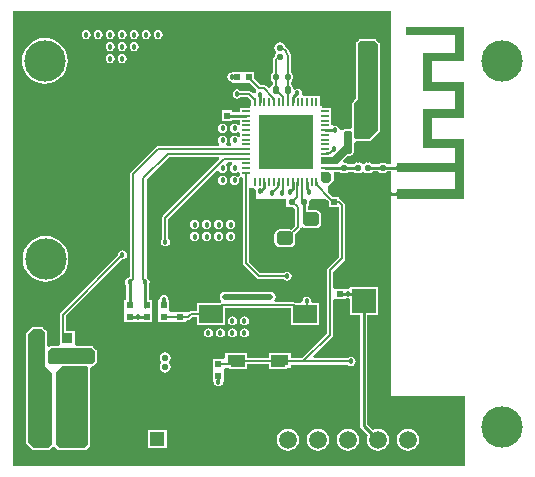
<source format=gtl>
G04*
G04 #@! TF.GenerationSoftware,Altium Limited,Altium Designer,20.2.6 (244)*
G04*
G04 Layer_Physical_Order=1*
G04 Layer_Color=255*
%FSLAX44Y44*%
%MOMM*%
G71*
G04*
G04 #@! TF.SameCoordinates,7CDA323B-E038-41B1-B74F-359B52FF9F59*
G04*
G04*
G04 #@! TF.FilePolarity,Positive*
G04*
G01*
G75*
%ADD10C,0.2540*%
%ADD18R,1.1000X0.9000*%
%ADD19R,1.1500X1.0500*%
G04:AMPARAMS|DCode=20|XSize=1.4mm|YSize=1.15mm|CornerRadius=0.2875mm|HoleSize=0mm|Usage=FLASHONLY|Rotation=180.000|XOffset=0mm|YOffset=0mm|HoleType=Round|Shape=RoundedRectangle|*
%AMROUNDEDRECTD20*
21,1,1.4000,0.5750,0,0,180.0*
21,1,0.8250,1.1500,0,0,180.0*
1,1,0.5750,-0.4125,0.2875*
1,1,0.5750,0.4125,0.2875*
1,1,0.5750,0.4125,-0.2875*
1,1,0.5750,-0.4125,-0.2875*
%
%ADD20ROUNDEDRECTD20*%
%ADD21R,1.4000X1.1500*%
%ADD22R,0.5000X0.5000*%
G04:AMPARAMS|DCode=23|XSize=0.53mm|YSize=0.55mm|CornerRadius=0.1325mm|HoleSize=0mm|Usage=FLASHONLY|Rotation=90.000|XOffset=0mm|YOffset=0mm|HoleType=Round|Shape=RoundedRectangle|*
%AMROUNDEDRECTD23*
21,1,0.5300,0.2850,0,0,90.0*
21,1,0.2650,0.5500,0,0,90.0*
1,1,0.2650,0.1425,0.1325*
1,1,0.2650,0.1425,-0.1325*
1,1,0.2650,-0.1425,-0.1325*
1,1,0.2650,-0.1425,0.1325*
%
%ADD23ROUNDEDRECTD23*%
%ADD24R,0.5000X0.5000*%
G04:AMPARAMS|DCode=25|XSize=0.5mm|YSize=0.5mm|CornerRadius=0.125mm|HoleSize=0mm|Usage=FLASHONLY|Rotation=270.000|XOffset=0mm|YOffset=0mm|HoleType=Round|Shape=RoundedRectangle|*
%AMROUNDEDRECTD25*
21,1,0.5000,0.2500,0,0,270.0*
21,1,0.2500,0.5000,0,0,270.0*
1,1,0.2500,-0.1250,-0.1250*
1,1,0.2500,-0.1250,0.1250*
1,1,0.2500,0.1250,0.1250*
1,1,0.2500,0.1250,-0.1250*
%
%ADD25ROUNDEDRECTD25*%
%ADD26R,0.5500X0.5300*%
G04:AMPARAMS|DCode=27|XSize=0.5mm|YSize=0.5mm|CornerRadius=0.125mm|HoleSize=0mm|Usage=FLASHONLY|Rotation=180.000|XOffset=0mm|YOffset=0mm|HoleType=Round|Shape=RoundedRectangle|*
%AMROUNDEDRECTD27*
21,1,0.5000,0.2500,0,0,180.0*
21,1,0.2500,0.5000,0,0,180.0*
1,1,0.2500,-0.1250,0.1250*
1,1,0.2500,0.1250,0.1250*
1,1,0.2500,0.1250,-0.1250*
1,1,0.2500,-0.1250,-0.1250*
%
%ADD27ROUNDEDRECTD27*%
G04:AMPARAMS|DCode=28|XSize=0.5mm|YSize=0.6mm|CornerRadius=0.125mm|HoleSize=0mm|Usage=FLASHONLY|Rotation=180.000|XOffset=0mm|YOffset=0mm|HoleType=Round|Shape=RoundedRectangle|*
%AMROUNDEDRECTD28*
21,1,0.5000,0.3500,0,0,180.0*
21,1,0.2500,0.6000,0,0,180.0*
1,1,0.2500,-0.1250,0.1750*
1,1,0.2500,0.1250,0.1750*
1,1,0.2500,0.1250,-0.1750*
1,1,0.2500,-0.1250,-0.1750*
%
%ADD28ROUNDEDRECTD28*%
%ADD29R,0.5000X0.6000*%
%ADD30R,0.6000X0.5000*%
%ADD31R,0.2500X0.7000*%
%ADD32R,0.7000X0.2500*%
%ADD33R,4.6000X4.6000*%
%ADD34R,0.7620X0.7620*%
%ADD35R,2.0000X2.0000*%
%ADD36R,2.0000X1.5000*%
%ADD37R,0.3000X0.6600*%
%ADD38R,1.4000X1.9000*%
%ADD39R,0.9000X0.8100*%
%ADD70C,0.1524*%
%ADD71C,0.4000*%
%ADD72C,0.5080*%
%ADD73C,0.2934*%
%ADD74C,0.5500*%
%ADD75C,1.2000*%
%ADD76R,1.2000X1.2000*%
%ADD77C,1.5000*%
%ADD78R,1.5000X1.5000*%
%ADD79C,3.5000*%
%ADD80C,0.4570*%
%ADD81C,0.7000*%
G36*
X311750Y359500D02*
X311750Y286250D01*
X304500Y279000D01*
X292867Y279000D01*
X291912Y279955D01*
X291911Y309245D01*
X295000Y312096D01*
X295000Y360250D01*
X296750Y362000D01*
X309250D01*
X311750Y359500D01*
D02*
G37*
G36*
X322432Y257858D02*
X319400D01*
X319183Y258183D01*
X318181Y258852D01*
X317000Y259087D01*
X314500D01*
X313319Y258852D01*
X312317Y258183D01*
X312099Y257857D01*
X307405D01*
X307102Y258310D01*
X306076Y258996D01*
X304865Y259237D01*
X302015D01*
X300804Y258996D01*
X299778Y258310D01*
X298722D01*
X297696Y258996D01*
X296485Y259237D01*
X293635D01*
X292424Y258996D01*
X291398Y258310D01*
X291229Y258057D01*
X286267D01*
X286183Y258183D01*
X285181Y258852D01*
X284000Y259087D01*
X282980D01*
X282151Y261087D01*
X286001Y264937D01*
X287747D01*
X288441Y265075D01*
X289029Y265468D01*
X289475Y265914D01*
X290467D01*
Y266906D01*
X290782Y267221D01*
X291175Y267809D01*
X291313Y268503D01*
X291313Y275612D01*
X291414Y275814D01*
X291630Y276104D01*
X292154Y276563D01*
X293313Y277187D01*
X304500Y277187D01*
X305194Y277325D01*
X305782Y277718D01*
X305782Y277718D01*
X313032Y284968D01*
X313425Y285556D01*
X313563Y286250D01*
X313563Y359500D01*
X313425Y360194D01*
X313032Y360782D01*
X310532Y363282D01*
X309944Y363675D01*
X309250Y363813D01*
X296750D01*
X296056Y363675D01*
X295468Y363282D01*
X293718Y361532D01*
X293325Y360944D01*
X293187Y360250D01*
X293187Y313323D01*
X291912Y311808D01*
X291911D01*
X291124Y311021D01*
X290630Y310527D01*
X290453Y310263D01*
X290266Y310005D01*
X290257Y309970D01*
X290237Y309939D01*
X290175Y309627D01*
X290100Y309318D01*
X290106Y309281D01*
X290099Y309245D01*
X290099Y289382D01*
X289992Y289178D01*
X289562Y288668D01*
X289189Y288363D01*
X288099Y287813D01*
X284211Y287813D01*
X283517Y287675D01*
X282929Y287282D01*
X282713Y287066D01*
X281721D01*
Y287059D01*
X281282Y286679D01*
X281171Y286683D01*
X279226Y287543D01*
X279088Y288236D01*
X278246Y289496D01*
X276986Y290338D01*
X275500Y290634D01*
X274458Y290426D01*
X272881Y291289D01*
X272458Y291704D01*
Y305634D01*
X264000D01*
Y306750D01*
X262708D01*
Y315384D01*
X248946D01*
X247496Y317384D01*
X247553Y317669D01*
X247257Y319155D01*
X246415Y320415D01*
X245156Y321257D01*
X243669Y321553D01*
X242183Y321257D01*
X241587Y320859D01*
X239593Y321739D01*
X239587Y321745D01*
Y322500D01*
X239352Y323681D01*
X238683Y324683D01*
X237840Y325247D01*
Y327753D01*
X238683Y328317D01*
X239352Y329319D01*
X239587Y330500D01*
Y333000D01*
X239352Y334182D01*
X238683Y335183D01*
X237840Y335746D01*
Y350000D01*
X237868D01*
X237557Y352360D01*
X236646Y354559D01*
X235197Y356447D01*
X233309Y357896D01*
X233069Y357996D01*
X233015Y358267D01*
X232015Y359765D01*
X230517Y360765D01*
X228750Y361117D01*
X226983Y360765D01*
X225485Y359765D01*
X224485Y358267D01*
X224133Y356500D01*
X224485Y354733D01*
X225485Y353236D01*
Y351764D01*
X224485Y350267D01*
X224230Y348985D01*
X223060Y347235D01*
X222592Y344878D01*
X222660D01*
Y335747D01*
X221817Y335183D01*
X221148Y334182D01*
X220913Y333000D01*
Y330500D01*
X221148Y329319D01*
X221817Y328317D01*
X222660Y327753D01*
Y325247D01*
X221817Y324683D01*
X221148Y323681D01*
X220994Y322907D01*
X219142Y321930D01*
X216741Y324331D01*
X215901Y324893D01*
X214910Y325090D01*
X212323D01*
X207028Y330384D01*
Y336278D01*
X188472D01*
Y335771D01*
X188000Y335384D01*
X186514Y335088D01*
X185254Y334246D01*
X184412Y332986D01*
X184116Y331500D01*
X184412Y330014D01*
X185254Y328754D01*
X186514Y327912D01*
X188000Y327616D01*
X188472Y327229D01*
Y326722D01*
X203365D01*
X208577Y321510D01*
X208934Y319343D01*
X208233Y318294D01*
X207708Y318017D01*
X205980Y317718D01*
X204565Y319133D01*
X203725Y319695D01*
X202734Y319892D01*
X195403D01*
X195298Y320048D01*
X194038Y320890D01*
X192552Y321186D01*
X191066Y320890D01*
X189806Y320048D01*
X188964Y318788D01*
X188668Y317302D01*
X188964Y315816D01*
X189806Y314556D01*
X191066Y313714D01*
X192552Y313418D01*
X194038Y313714D01*
X195298Y314556D01*
X195403Y314712D01*
X201661D01*
X204652Y311721D01*
Y306750D01*
X203500D01*
Y305634D01*
X194902D01*
Y301714D01*
X188278D01*
Y303278D01*
X179722D01*
Y294722D01*
X188278D01*
Y295498D01*
X194902D01*
Y291893D01*
X194099Y291376D01*
X192902Y291076D01*
X191896Y291748D01*
X190410Y292044D01*
X188924Y291748D01*
X187664Y290906D01*
X186822Y289646D01*
X186526Y288160D01*
X186822Y286674D01*
X187664Y285414D01*
X188924Y284572D01*
X190410Y284276D01*
X191896Y284572D01*
X192902Y285244D01*
X193969Y284954D01*
X194902Y284427D01*
Y281733D01*
X193969Y281206D01*
X192902Y280916D01*
X191896Y281588D01*
X190410Y281884D01*
X188924Y281588D01*
X187664Y280746D01*
X186822Y279486D01*
X186526Y278000D01*
X186822Y276514D01*
X187664Y275254D01*
X187048Y273260D01*
X183612D01*
X182996Y275254D01*
X183838Y276514D01*
X184134Y278000D01*
X183838Y279486D01*
X182996Y280746D01*
X181736Y281588D01*
X180250Y281884D01*
X178764Y281588D01*
X177504Y280746D01*
X176662Y279486D01*
X176366Y278000D01*
X176662Y276514D01*
X177504Y275254D01*
X176888Y273260D01*
X125420D01*
X124429Y273063D01*
X123589Y272501D01*
X102419Y251331D01*
X101857Y250491D01*
X101660Y249500D01*
Y163799D01*
X101500Y161884D01*
X100014Y161588D01*
X98754Y160746D01*
X97912Y159486D01*
X97616Y158000D01*
X97912Y156514D01*
X98392Y155795D01*
Y142528D01*
X96722D01*
Y142528D01*
X96722D01*
Y134528D01*
X96722Y133972D01*
X96722Y133972D01*
X96722Y132528D01*
X96722Y132528D01*
X96722Y131972D01*
Y123972D01*
X106278D01*
X106278Y123972D01*
X108278Y124461D01*
X108753Y124366D01*
X109222Y124460D01*
X111222Y123972D01*
X111228Y123972D01*
Y123972D01*
X113222Y123972D01*
X120784D01*
Y131972D01*
X120784Y132528D01*
X120784Y132528D01*
X120784Y133972D01*
X120784Y133972D01*
X120784Y134528D01*
Y142528D01*
X120722D01*
X120722Y142528D01*
X117608D01*
Y156045D01*
X118088Y156764D01*
X118384Y158250D01*
X118088Y159736D01*
X117246Y160996D01*
X115986Y161838D01*
X115840Y161867D01*
Y244927D01*
X134929Y264016D01*
X176792D01*
X177620Y262016D01*
X129919Y214315D01*
X129357Y213475D01*
X129160Y212484D01*
Y194851D01*
X129004Y194746D01*
X128162Y193486D01*
X127866Y192000D01*
X128162Y190514D01*
X129004Y189254D01*
X130264Y188412D01*
X131750Y188116D01*
X133236Y188412D01*
X134496Y189254D01*
X135338Y190514D01*
X135634Y192000D01*
X135338Y193486D01*
X134496Y194746D01*
X134340Y194851D01*
Y211411D01*
X174915Y251986D01*
X177371Y251613D01*
X177504Y251414D01*
X178764Y250572D01*
X180250Y250276D01*
X181736Y250572D01*
X182996Y251414D01*
X183838Y252674D01*
X184134Y254160D01*
X183838Y255646D01*
X182996Y256906D01*
X183758Y258732D01*
X184442Y259528D01*
X188262D01*
X188451Y259019D01*
X188595Y257528D01*
X187664Y256906D01*
X186822Y255646D01*
X186526Y254160D01*
X186822Y252674D01*
X187664Y251414D01*
X188924Y250572D01*
X190410Y250276D01*
X191896Y250572D01*
X192902Y251244D01*
X193969Y250954D01*
X194902Y250427D01*
X194902Y248724D01*
X194458Y247338D01*
X194440Y247322D01*
X193707Y246989D01*
X192452Y247216D01*
X191896Y247588D01*
X190410Y247884D01*
X188924Y247588D01*
X187664Y246746D01*
X186822Y245486D01*
X186526Y244000D01*
X186822Y242514D01*
X187664Y241254D01*
X188924Y240412D01*
X190410Y240116D01*
X191896Y240412D01*
X193156Y241254D01*
X193998Y242514D01*
X194294Y244000D01*
X194026Y245345D01*
X194160Y246127D01*
X194678Y247248D01*
X194742Y247313D01*
X196179Y247575D01*
X197590Y246164D01*
Y174070D01*
X197787Y173079D01*
X198349Y172239D01*
X209419Y161169D01*
X210259Y160607D01*
X211250Y160410D01*
X232149D01*
X232254Y160254D01*
X233514Y159412D01*
X235000Y159116D01*
X236486Y159412D01*
X237746Y160254D01*
X238588Y161514D01*
X238884Y163000D01*
X238588Y164486D01*
X237746Y165746D01*
X236486Y166588D01*
X235000Y166884D01*
X233514Y166588D01*
X232254Y165746D01*
X232149Y165590D01*
X212323D01*
X202770Y175143D01*
Y237544D01*
X204652Y237828D01*
Y237828D01*
X206703D01*
X206782Y237790D01*
X208190Y235828D01*
X208127Y235511D01*
X208422Y234025D01*
X208750Y233535D01*
Y228750D01*
X233750D01*
Y221500D01*
X233837Y221413D01*
X239925D01*
X241160Y220177D01*
Y205573D01*
X238027Y202440D01*
X237125Y202619D01*
X228875D01*
X227059Y202258D01*
X225520Y201230D01*
X224492Y199690D01*
X224131Y197875D01*
Y192125D01*
X224492Y190310D01*
X225520Y188770D01*
X227059Y187742D01*
X228875Y187381D01*
X237125D01*
X238941Y187742D01*
X240480Y188770D01*
X241508Y190310D01*
X241869Y192125D01*
Y197875D01*
X241690Y198777D01*
X245581Y202669D01*
X246124Y203481D01*
X246161Y203516D01*
X248270Y204270D01*
X249060Y203742D01*
X250875Y203381D01*
X259125D01*
X260940Y203742D01*
X262480Y204770D01*
X263508Y206310D01*
X263869Y208125D01*
Y213875D01*
X263508Y215690D01*
X262480Y217230D01*
X260940Y218258D01*
X259125Y218619D01*
X252358D01*
Y222099D01*
X252683Y222317D01*
X253352Y223319D01*
X253587Y224500D01*
Y226418D01*
X254531Y227762D01*
X255344Y228418D01*
X267966Y228418D01*
X268719Y227665D01*
X268719Y227665D01*
X269980Y226404D01*
Y221714D01*
X278536D01*
X278785Y219817D01*
Y179127D01*
X269419Y169760D01*
X268857Y168920D01*
X268660Y167929D01*
Y114573D01*
X247427Y93340D01*
X238088D01*
Y98097D01*
X234588D01*
Y98098D01*
X219532D01*
Y93660D01*
X201088D01*
Y98098D01*
X186032D01*
Y98097D01*
X182532D01*
Y94362D01*
X181528Y92778D01*
X171972D01*
Y84778D01*
X171972Y84222D01*
X171972Y84222D01*
X171972Y82778D01*
X171972Y82778D01*
X171972Y82222D01*
Y74222D01*
X171972Y74222D01*
X172866Y73500D01*
X173162Y72014D01*
X174004Y70754D01*
X175264Y69912D01*
X176750Y69616D01*
X178236Y69912D01*
X179496Y70754D01*
X180338Y72014D01*
X180634Y73500D01*
X181226Y74222D01*
X181528D01*
Y83957D01*
X182533Y85541D01*
X186032D01*
Y84042D01*
X201088D01*
Y88480D01*
X219532D01*
Y84042D01*
X234588D01*
Y85541D01*
X238088D01*
Y88160D01*
X286149D01*
X286254Y88004D01*
X287514Y87162D01*
X289000Y86866D01*
X290486Y87162D01*
X291746Y88004D01*
X292588Y89264D01*
X292884Y90750D01*
X292588Y92236D01*
X291746Y93496D01*
X290486Y94338D01*
X289000Y94634D01*
X287514Y94338D01*
X286254Y93496D01*
X286149Y93340D01*
X257365D01*
X256600Y95188D01*
X273081Y111669D01*
X273643Y112509D01*
X273840Y113500D01*
Y142764D01*
X275376Y143884D01*
X275840Y143884D01*
X283932D01*
X283932Y143884D01*
X285932Y144429D01*
X286689Y144278D01*
X287942Y143250D01*
Y130388D01*
X296612D01*
Y36482D01*
X296849Y35293D01*
X297523Y34285D01*
X303312Y28495D01*
X302661Y26924D01*
X302342Y24502D01*
X302661Y22080D01*
X303596Y19823D01*
X305083Y17885D01*
X307021Y16398D01*
X309278Y15463D01*
X311700Y15144D01*
X314122Y15463D01*
X316379Y16398D01*
X318317Y17885D01*
X319804Y19823D01*
X320739Y22080D01*
X321058Y24502D01*
X320739Y26924D01*
X319804Y29181D01*
X318317Y31119D01*
X316379Y32606D01*
X314122Y33541D01*
X311700Y33860D01*
X309278Y33541D01*
X307707Y32890D01*
X302828Y37769D01*
Y130388D01*
X311498D01*
Y153944D01*
X287942D01*
Y153074D01*
X286689Y152046D01*
X285932Y151895D01*
X283932Y152440D01*
Y152440D01*
X275840D01*
X275376Y152440D01*
X273840Y153560D01*
Y166856D01*
X283207Y176223D01*
X283768Y177063D01*
X283965Y178054D01*
Y223462D01*
X283768Y224453D01*
X283207Y225294D01*
X280685Y227815D01*
X279845Y228377D01*
X278854Y228574D01*
X278536D01*
Y230270D01*
X273438D01*
X272381Y231327D01*
X272381Y231327D01*
X269261Y234448D01*
Y238787D01*
X274591Y244118D01*
Y251311D01*
X279326D01*
X280319Y250648D01*
X281500Y250413D01*
X284000D01*
X285181Y250648D01*
X286183Y251317D01*
X286266Y251441D01*
X291228D01*
X291398Y251186D01*
X292424Y250500D01*
X293635Y250259D01*
X296485D01*
X297696Y250500D01*
X298722Y251186D01*
X299778D01*
X300804Y250500D01*
X302015Y250259D01*
X304865D01*
X306076Y250500D01*
X307102Y251186D01*
X307406Y251641D01*
X312100D01*
X312317Y251317D01*
X313319Y250648D01*
X314500Y250413D01*
X317000D01*
X318181Y250648D01*
X319183Y251317D01*
X319400Y251642D01*
X322432D01*
Y61608D01*
X385500D01*
Y2590D01*
X2590D01*
Y387710D01*
X322432D01*
Y257858D01*
D02*
G37*
G36*
X288517Y286000D02*
X289500Y285017D01*
X289500Y268503D01*
X287747Y266750D01*
X285250D01*
X276750Y258250D01*
X263750D01*
Y263750D01*
X273250Y263750D01*
X282750Y273250D01*
X282750Y284539D01*
X284211Y286000D01*
X288517Y286000D01*
D02*
G37*
G36*
X271750Y249500D02*
Y244250D01*
X269250Y241750D01*
X266000D01*
X263750Y244000D01*
Y250500D01*
X270750D01*
X271750Y249500D01*
D02*
G37*
G36*
X384397Y344822D02*
X357397D01*
Y327361D01*
X384397D01*
Y296822D01*
X357397D01*
Y279253D01*
X384397D01*
Y227980D01*
X327857D01*
Y236786D01*
X376857D01*
Y250979D01*
X327857D01*
Y258519D01*
X376857D01*
Y271713D01*
X349857D01*
Y304361D01*
X376857D01*
Y319822D01*
X349857D01*
Y352362D01*
X376857D01*
Y366822D01*
X335125D01*
Y374362D01*
X384397D01*
Y344822D01*
D02*
G37*
%LPC*%
G36*
X125730Y371384D02*
X124244Y371088D01*
X122984Y370246D01*
X122142Y368986D01*
X121846Y367500D01*
X122142Y366014D01*
X122984Y364754D01*
X124244Y363912D01*
X125730Y363616D01*
X127216Y363912D01*
X128476Y364754D01*
X129318Y366014D01*
X129614Y367500D01*
X129318Y368986D01*
X128476Y370246D01*
X127216Y371088D01*
X125730Y371384D01*
D02*
G37*
G36*
X115570D02*
X114084Y371088D01*
X112824Y370246D01*
X111982Y368986D01*
X111686Y367500D01*
X111982Y366014D01*
X112824Y364754D01*
X114084Y363912D01*
X115570Y363616D01*
X117056Y363912D01*
X118316Y364754D01*
X119158Y366014D01*
X119454Y367500D01*
X119158Y368986D01*
X118316Y370246D01*
X117056Y371088D01*
X115570Y371384D01*
D02*
G37*
G36*
X105410D02*
X103924Y371088D01*
X102664Y370246D01*
X101822Y368986D01*
X101526Y367500D01*
X101822Y366014D01*
X102664Y364754D01*
X103924Y363912D01*
X105410Y363616D01*
X106896Y363912D01*
X108156Y364754D01*
X108998Y366014D01*
X109294Y367500D01*
X108998Y368986D01*
X108156Y370246D01*
X106896Y371088D01*
X105410Y371384D01*
D02*
G37*
G36*
X95250D02*
X93764Y371088D01*
X92504Y370246D01*
X91662Y368986D01*
X91366Y367500D01*
X91662Y366014D01*
X92504Y364754D01*
X93764Y363912D01*
X95250Y363616D01*
X96736Y363912D01*
X97996Y364754D01*
X98838Y366014D01*
X99134Y367500D01*
X98838Y368986D01*
X97996Y370246D01*
X96736Y371088D01*
X95250Y371384D01*
D02*
G37*
G36*
X85090D02*
X83604Y371088D01*
X82344Y370246D01*
X81502Y368986D01*
X81206Y367500D01*
X81502Y366014D01*
X82344Y364754D01*
X83604Y363912D01*
X85090Y363616D01*
X86576Y363912D01*
X87836Y364754D01*
X88678Y366014D01*
X88974Y367500D01*
X88678Y368986D01*
X87836Y370246D01*
X86576Y371088D01*
X85090Y371384D01*
D02*
G37*
G36*
X74930D02*
X73444Y371088D01*
X72184Y370246D01*
X71342Y368986D01*
X71046Y367500D01*
X71342Y366014D01*
X72184Y364754D01*
X73444Y363912D01*
X74930Y363616D01*
X76416Y363912D01*
X77676Y364754D01*
X78518Y366014D01*
X78814Y367500D01*
X78518Y368986D01*
X77676Y370246D01*
X76416Y371088D01*
X74930Y371384D01*
D02*
G37*
G36*
X64770D02*
X63284Y371088D01*
X62024Y370246D01*
X61182Y368986D01*
X60886Y367500D01*
X61182Y366014D01*
X62024Y364754D01*
X63284Y363912D01*
X64770Y363616D01*
X66256Y363912D01*
X67516Y364754D01*
X68358Y366014D01*
X68654Y367500D01*
X68358Y368986D01*
X67516Y370246D01*
X66256Y371088D01*
X64770Y371384D01*
D02*
G37*
G36*
X105410Y361224D02*
X103924Y360928D01*
X102664Y360086D01*
X101822Y358826D01*
X101526Y357340D01*
X101822Y355854D01*
X102664Y354594D01*
X103924Y353752D01*
X105410Y353456D01*
X106896Y353752D01*
X108156Y354594D01*
X108998Y355854D01*
X109294Y357340D01*
X108998Y358826D01*
X108156Y360086D01*
X106896Y360928D01*
X105410Y361224D01*
D02*
G37*
G36*
X95250D02*
X93764Y360928D01*
X92504Y360086D01*
X91662Y358826D01*
X91366Y357340D01*
X91662Y355854D01*
X92504Y354594D01*
X93764Y353752D01*
X95250Y353456D01*
X96736Y353752D01*
X97996Y354594D01*
X98838Y355854D01*
X99134Y357340D01*
X98838Y358826D01*
X97996Y360086D01*
X96736Y360928D01*
X95250Y361224D01*
D02*
G37*
G36*
X85090D02*
X83604Y360928D01*
X82344Y360086D01*
X81502Y358826D01*
X81206Y357340D01*
X81502Y355854D01*
X82344Y354594D01*
X83604Y353752D01*
X85090Y353456D01*
X86576Y353752D01*
X87836Y354594D01*
X88678Y355854D01*
X88974Y357340D01*
X88678Y358826D01*
X87836Y360086D01*
X86576Y360928D01*
X85090Y361224D01*
D02*
G37*
G36*
X95250Y351064D02*
X93764Y350768D01*
X92504Y349926D01*
X91662Y348666D01*
X91366Y347180D01*
X91662Y345694D01*
X92504Y344434D01*
X93764Y343592D01*
X95250Y343296D01*
X96736Y343592D01*
X97996Y344434D01*
X98838Y345694D01*
X99134Y347180D01*
X98838Y348666D01*
X97996Y349926D01*
X96736Y350768D01*
X95250Y351064D01*
D02*
G37*
G36*
X85090D02*
X83604Y350768D01*
X82344Y349926D01*
X81502Y348666D01*
X81206Y347180D01*
X81502Y345694D01*
X82344Y344434D01*
X83604Y343592D01*
X85090Y343296D01*
X86576Y343592D01*
X87836Y344434D01*
X88678Y345694D01*
X88974Y347180D01*
X88678Y348666D01*
X87836Y349926D01*
X86576Y350768D01*
X85090Y351064D01*
D02*
G37*
G36*
X29700Y364671D02*
X25921Y364299D01*
X22287Y363197D01*
X18938Y361407D01*
X16002Y358998D01*
X13593Y356062D01*
X11803Y352713D01*
X10701Y349079D01*
X10329Y345300D01*
X10701Y341521D01*
X11803Y337887D01*
X13593Y334538D01*
X16002Y331602D01*
X18938Y329193D01*
X22287Y327403D01*
X25921Y326301D01*
X29700Y325929D01*
X33479Y326301D01*
X37113Y327403D01*
X40462Y329193D01*
X43398Y331602D01*
X45807Y334538D01*
X47597Y337887D01*
X48699Y341521D01*
X49071Y345300D01*
X48699Y349079D01*
X47597Y352713D01*
X45807Y356062D01*
X43398Y358998D01*
X40462Y361407D01*
X37113Y363197D01*
X33479Y364299D01*
X29700Y364671D01*
D02*
G37*
G36*
X180250Y292044D02*
X178764Y291748D01*
X177504Y290906D01*
X176662Y289646D01*
X176366Y288160D01*
X176662Y286674D01*
X177504Y285414D01*
X178764Y284572D01*
X180250Y284276D01*
X181736Y284572D01*
X182996Y285414D01*
X183838Y286674D01*
X184134Y288160D01*
X183838Y289646D01*
X182996Y290906D01*
X181736Y291748D01*
X180250Y292044D01*
D02*
G37*
G36*
Y247884D02*
X178764Y247588D01*
X177504Y246746D01*
X176662Y245486D01*
X176366Y244000D01*
X176662Y242514D01*
X177504Y241254D01*
X178764Y240412D01*
X180250Y240116D01*
X181736Y240412D01*
X182996Y241254D01*
X183838Y242514D01*
X184134Y244000D01*
X183838Y245486D01*
X182996Y246746D01*
X181736Y247588D01*
X180250Y247884D01*
D02*
G37*
G36*
X187000Y210454D02*
X185514Y210158D01*
X184254Y209316D01*
X183412Y208056D01*
X183116Y206570D01*
X183412Y205084D01*
X184254Y203824D01*
X185514Y202982D01*
X187000Y202686D01*
X188486Y202982D01*
X189746Y203824D01*
X190588Y205084D01*
X190884Y206570D01*
X190588Y208056D01*
X189746Y209316D01*
X188486Y210158D01*
X187000Y210454D01*
D02*
G37*
G36*
X176840D02*
X175354Y210158D01*
X174094Y209316D01*
X173252Y208056D01*
X172956Y206570D01*
X173252Y205084D01*
X174094Y203824D01*
X175354Y202982D01*
X176840Y202686D01*
X178326Y202982D01*
X179586Y203824D01*
X180428Y205084D01*
X180724Y206570D01*
X180428Y208056D01*
X179586Y209316D01*
X178326Y210158D01*
X176840Y210454D01*
D02*
G37*
G36*
X166680D02*
X165194Y210158D01*
X163934Y209316D01*
X163092Y208056D01*
X162796Y206570D01*
X163092Y205084D01*
X163934Y203824D01*
X165194Y202982D01*
X166680Y202686D01*
X168166Y202982D01*
X169426Y203824D01*
X170268Y205084D01*
X170564Y206570D01*
X170268Y208056D01*
X169426Y209316D01*
X168166Y210158D01*
X166680Y210454D01*
D02*
G37*
G36*
X156520D02*
X155034Y210158D01*
X153774Y209316D01*
X152932Y208056D01*
X152636Y206570D01*
X152932Y205084D01*
X153774Y203824D01*
X155034Y202982D01*
X156520Y202686D01*
X158006Y202982D01*
X159266Y203824D01*
X160108Y205084D01*
X160404Y206570D01*
X160108Y208056D01*
X159266Y209316D01*
X158006Y210158D01*
X156520Y210454D01*
D02*
G37*
G36*
X187000Y200294D02*
X185514Y199998D01*
X184254Y199156D01*
X183412Y197896D01*
X183116Y196410D01*
X183412Y194924D01*
X184254Y193664D01*
X185514Y192822D01*
X187000Y192526D01*
X188486Y192822D01*
X189746Y193664D01*
X190588Y194924D01*
X190884Y196410D01*
X190588Y197896D01*
X189746Y199156D01*
X188486Y199998D01*
X187000Y200294D01*
D02*
G37*
G36*
X176840D02*
X175354Y199998D01*
X174094Y199156D01*
X173252Y197896D01*
X172956Y196410D01*
X173252Y194924D01*
X174094Y193664D01*
X175354Y192822D01*
X176840Y192526D01*
X178326Y192822D01*
X179586Y193664D01*
X180428Y194924D01*
X180724Y196410D01*
X180428Y197896D01*
X179586Y199156D01*
X178326Y199998D01*
X176840Y200294D01*
D02*
G37*
G36*
X166680D02*
X165194Y199998D01*
X163934Y199156D01*
X163092Y197896D01*
X162796Y196410D01*
X163092Y194924D01*
X163934Y193664D01*
X165194Y192822D01*
X166680Y192526D01*
X168166Y192822D01*
X169426Y193664D01*
X170268Y194924D01*
X170564Y196410D01*
X170268Y197896D01*
X169426Y199156D01*
X168166Y199998D01*
X166680Y200294D01*
D02*
G37*
G36*
X156520D02*
X155034Y199998D01*
X153774Y199156D01*
X152932Y197896D01*
X152636Y196410D01*
X152932Y194924D01*
X153774Y193664D01*
X155034Y192822D01*
X156520Y192526D01*
X158006Y192822D01*
X159266Y193664D01*
X160108Y194924D01*
X160404Y196410D01*
X160108Y197896D01*
X159266Y199156D01*
X158006Y199998D01*
X156520Y200294D01*
D02*
G37*
G36*
X95500Y184884D02*
X94014Y184588D01*
X92754Y183746D01*
X91912Y182486D01*
X91616Y181000D01*
X91653Y180816D01*
X43064Y132227D01*
X42503Y131386D01*
X42306Y130395D01*
Y110568D01*
X42503Y109577D01*
X42617Y109405D01*
X42617Y104740D01*
X41017Y103775D01*
X34728D01*
X34034Y103637D01*
X33563Y103322D01*
X32678Y103512D01*
X31563Y103974D01*
X31563Y115500D01*
X31425Y116194D01*
X31032Y116782D01*
X30959Y116855D01*
Y117836D01*
X29978D01*
X28422Y119392D01*
X27834Y119785D01*
X27140Y119923D01*
X19610Y119923D01*
X18916Y119785D01*
X18328Y119392D01*
X14468Y115532D01*
X14468Y115532D01*
X14075Y114944D01*
X13937Y114250D01*
X13937Y22500D01*
X14075Y21806D01*
X14468Y21218D01*
X19468Y16218D01*
X20057Y15825D01*
X20750Y15687D01*
X32750Y15687D01*
X33444Y15825D01*
X34032Y16218D01*
X36002Y18188D01*
X36061Y18232D01*
X38630Y18262D01*
X38761Y18175D01*
X40718Y16219D01*
X41306Y15826D01*
X42000Y15688D01*
X63000Y15687D01*
X63693Y15825D01*
X64281Y16218D01*
X67576Y19512D01*
X67969Y20100D01*
X68107Y20794D01*
X68107Y85598D01*
X69880Y86758D01*
X70220Y86825D01*
X70808Y87218D01*
X73348Y89758D01*
X73741Y90346D01*
X73879Y91040D01*
X73879Y99422D01*
X73741Y100116D01*
X73348Y100704D01*
X70808Y103244D01*
X70808Y103244D01*
X70220Y103637D01*
X69526Y103775D01*
X56774D01*
X55173Y105775D01*
Y116396D01*
X47485D01*
Y129323D01*
X95316Y177153D01*
X95500Y177116D01*
X96986Y177412D01*
X98246Y178254D01*
X99088Y179514D01*
X99384Y181000D01*
X99088Y182486D01*
X98246Y183746D01*
X96986Y184588D01*
X95500Y184884D01*
D02*
G37*
G36*
X30400Y197071D02*
X26621Y196699D01*
X22987Y195597D01*
X19638Y193807D01*
X16702Y191398D01*
X14293Y188462D01*
X12503Y185113D01*
X11401Y181479D01*
X11029Y177700D01*
X11401Y173921D01*
X12503Y170287D01*
X14293Y166938D01*
X16702Y164002D01*
X19638Y161593D01*
X22987Y159803D01*
X26621Y158701D01*
X30400Y158329D01*
X34179Y158701D01*
X37813Y159803D01*
X41162Y161593D01*
X44097Y164002D01*
X46507Y166938D01*
X48297Y170287D01*
X49399Y173921D01*
X49771Y177700D01*
X49399Y181479D01*
X48297Y185113D01*
X46507Y188462D01*
X44097Y191398D01*
X41162Y193807D01*
X37813Y195597D01*
X34179Y196699D01*
X30400Y197071D01*
D02*
G37*
G36*
X220750Y149903D02*
X182250D01*
X180565Y149567D01*
X179137Y148613D01*
X178183Y147185D01*
X177847Y145500D01*
X178183Y143815D01*
X178965Y142644D01*
X179018Y142089D01*
X178985Y141735D01*
X178651Y140306D01*
X178484Y140194D01*
X158534D01*
Y133506D01*
X153879D01*
X152888Y133309D01*
X152048Y132747D01*
X151828Y132527D01*
X136631Y132528D01*
X135289Y133972D01*
Y142528D01*
X134792D01*
X134315Y143109D01*
X134020Y144595D01*
X133178Y145855D01*
X131918Y146696D01*
X130432Y146992D01*
X128945Y146696D01*
X127685Y145855D01*
X126844Y144595D01*
X126548Y143109D01*
X126072Y142528D01*
X125722D01*
Y123972D01*
X135289D01*
X146296Y123970D01*
X148287Y123970D01*
X148296Y123971D01*
Y123975D01*
X150862Y125659D01*
X151213D01*
X152204Y125857D01*
X153044Y126418D01*
X154952Y128326D01*
X158534D01*
Y121638D01*
X182090D01*
Y135660D01*
X238534D01*
Y121638D01*
X262090D01*
Y140194D01*
X257113D01*
X255384Y141750D01*
X255088Y143236D01*
X254246Y144496D01*
X252986Y145338D01*
X251500Y145634D01*
X250014Y145338D01*
X248754Y144496D01*
X247912Y143236D01*
X247616Y141750D01*
X245887Y140194D01*
X242141D01*
X241469Y140643D01*
X240478Y140840D01*
X225052D01*
X224721Y141270D01*
X224166Y142840D01*
X224818Y143815D01*
X225153Y145500D01*
X224818Y147185D01*
X223863Y148613D01*
X222435Y149567D01*
X220750Y149903D01*
D02*
G37*
G36*
X198660Y129044D02*
X197174Y128748D01*
X195914Y127906D01*
X195072Y126646D01*
X194776Y125160D01*
X195072Y123674D01*
X195914Y122414D01*
X197174Y121572D01*
X198660Y121276D01*
X200146Y121572D01*
X201406Y122414D01*
X202248Y123674D01*
X202544Y125160D01*
X202248Y126646D01*
X201406Y127906D01*
X200146Y128748D01*
X198660Y129044D01*
D02*
G37*
G36*
X188500D02*
X187014Y128748D01*
X185754Y127906D01*
X184912Y126646D01*
X184616Y125160D01*
X184912Y123674D01*
X185754Y122414D01*
X187014Y121572D01*
X188500Y121276D01*
X189986Y121572D01*
X191246Y122414D01*
X192088Y123674D01*
X192384Y125160D01*
X192088Y126646D01*
X191246Y127906D01*
X189986Y128748D01*
X188500Y129044D01*
D02*
G37*
G36*
X198660Y118884D02*
X197174Y118588D01*
X195914Y117746D01*
X195072Y116486D01*
X194776Y115000D01*
X195072Y113514D01*
X195914Y112254D01*
X197174Y111412D01*
X198660Y111116D01*
X200146Y111412D01*
X201406Y112254D01*
X202248Y113514D01*
X202544Y115000D01*
X202248Y116486D01*
X201406Y117746D01*
X200146Y118588D01*
X198660Y118884D01*
D02*
G37*
G36*
X188500D02*
X187014Y118588D01*
X185754Y117746D01*
X184912Y116486D01*
X184616Y115000D01*
X184912Y113514D01*
X185754Y112254D01*
X187014Y111412D01*
X188500Y111116D01*
X189986Y111412D01*
X191246Y112254D01*
X192088Y113514D01*
X192384Y115000D01*
X192088Y116486D01*
X191246Y117746D01*
X189986Y118588D01*
X188500Y118884D01*
D02*
G37*
G36*
X178340D02*
X176854Y118588D01*
X175594Y117746D01*
X174752Y116486D01*
X174456Y115000D01*
X174752Y113514D01*
X175594Y112254D01*
X176854Y111412D01*
X178340Y111116D01*
X179826Y111412D01*
X181086Y112254D01*
X181928Y113514D01*
X182224Y115000D01*
X181928Y116486D01*
X181086Y117746D01*
X179826Y118588D01*
X178340Y118884D01*
D02*
G37*
G36*
X168180D02*
X166694Y118588D01*
X165434Y117746D01*
X164592Y116486D01*
X164296Y115000D01*
X164592Y113514D01*
X165434Y112254D01*
X166694Y111412D01*
X168180Y111116D01*
X169666Y111412D01*
X170926Y112254D01*
X171768Y113514D01*
X172064Y115000D01*
X171768Y116486D01*
X170926Y117746D01*
X169666Y118588D01*
X168180Y118884D01*
D02*
G37*
G36*
X131572Y98533D02*
X129805Y98181D01*
X128308Y97181D01*
X127307Y95683D01*
X126955Y93916D01*
X127307Y92149D01*
X128308Y90652D01*
Y89180D01*
X127307Y87683D01*
X126955Y85916D01*
X127307Y84149D01*
X128308Y82652D01*
X129805Y81651D01*
X131572Y81299D01*
X133339Y81651D01*
X134837Y82652D01*
X135837Y84149D01*
X136189Y85916D01*
X135837Y87683D01*
X134837Y89180D01*
Y90652D01*
X135837Y92149D01*
X136189Y93916D01*
X135837Y95683D01*
X134837Y97181D01*
X133339Y98181D01*
X131572Y98533D01*
D02*
G37*
G36*
X132778Y32778D02*
X117222D01*
Y17222D01*
X132778D01*
Y32778D01*
D02*
G37*
G36*
X337100Y33860D02*
X334678Y33541D01*
X332421Y32606D01*
X330483Y31119D01*
X328996Y29181D01*
X328061Y26924D01*
X327742Y24502D01*
X328061Y22080D01*
X328996Y19823D01*
X330483Y17885D01*
X332421Y16398D01*
X334678Y15463D01*
X337100Y15144D01*
X339522Y15463D01*
X341779Y16398D01*
X343717Y17885D01*
X345204Y19823D01*
X346139Y22080D01*
X346458Y24502D01*
X346139Y26924D01*
X345204Y29181D01*
X343717Y31119D01*
X341779Y32606D01*
X339522Y33541D01*
X337100Y33860D01*
D02*
G37*
G36*
X286300D02*
X283878Y33541D01*
X281621Y32606D01*
X279683Y31119D01*
X278196Y29181D01*
X277261Y26924D01*
X276942Y24502D01*
X277261Y22080D01*
X278196Y19823D01*
X279683Y17885D01*
X281621Y16398D01*
X283878Y15463D01*
X286300Y15144D01*
X288722Y15463D01*
X290979Y16398D01*
X292917Y17885D01*
X294404Y19823D01*
X295339Y22080D01*
X295658Y24502D01*
X295339Y26924D01*
X294404Y29181D01*
X292917Y31119D01*
X290979Y32606D01*
X288722Y33541D01*
X286300Y33860D01*
D02*
G37*
G36*
X260900D02*
X258478Y33541D01*
X256221Y32606D01*
X254283Y31119D01*
X252796Y29181D01*
X251861Y26924D01*
X251542Y24502D01*
X251861Y22080D01*
X252796Y19823D01*
X254283Y17885D01*
X256221Y16398D01*
X258478Y15463D01*
X260900Y15144D01*
X263322Y15463D01*
X265579Y16398D01*
X267517Y17885D01*
X269004Y19823D01*
X269939Y22080D01*
X270258Y24502D01*
X269939Y26924D01*
X269004Y29181D01*
X267517Y31119D01*
X265579Y32606D01*
X263322Y33541D01*
X260900Y33860D01*
D02*
G37*
G36*
X235500D02*
X233078Y33541D01*
X230821Y32606D01*
X228883Y31119D01*
X227396Y29181D01*
X226461Y26924D01*
X226142Y24502D01*
X226461Y22080D01*
X227396Y19823D01*
X228883Y17885D01*
X230821Y16398D01*
X233078Y15463D01*
X235500Y15144D01*
X237922Y15463D01*
X240179Y16398D01*
X242117Y17885D01*
X243604Y19823D01*
X244539Y22080D01*
X244858Y24502D01*
X244539Y26924D01*
X243604Y29181D01*
X242117Y31119D01*
X240179Y32606D01*
X237922Y33541D01*
X235500Y33860D01*
D02*
G37*
%LPD*%
G36*
X72066Y99422D02*
X72066Y91040D01*
X69526Y88500D01*
X34474D01*
X32442Y90532D01*
X32442Y99676D01*
X34728Y101962D01*
X69526Y101962D01*
X72066Y99422D01*
D02*
G37*
G36*
X27140Y118110D02*
X29750Y115500D01*
X29750Y87000D01*
X35814Y80936D01*
X35814Y20564D01*
X32750Y17500D01*
X20750Y17500D01*
X15750Y22500D01*
X15750Y114250D01*
X19610Y118110D01*
X27140Y118110D01*
D02*
G37*
G36*
X66294Y85598D02*
X66294Y20794D01*
X63000Y17500D01*
X42000Y17500D01*
X38862Y20638D01*
Y81026D01*
X44450Y86614D01*
X65278D01*
X66294Y85598D01*
D02*
G37*
D10*
X320240Y235220D02*
X323077Y232383D01*
X329000D01*
X319450Y235220D02*
X320240D01*
X101294Y128250D02*
X101397Y128147D01*
X101294Y128250D02*
X108753D01*
X293724Y148162D02*
X299720Y142166D01*
X279654Y148162D02*
X293724D01*
X212598Y235511D02*
X215660Y238574D01*
X212010Y235511D02*
X212598D01*
X237500Y234250D02*
Y235074D01*
X253250Y234500D02*
Y235324D01*
X251744Y236830D02*
Y243042D01*
Y236830D02*
X253250Y235324D01*
X215660Y243086D02*
X215680Y243106D01*
X215660Y238574D02*
Y243086D01*
X101397Y128147D02*
X101500Y128250D01*
X116006D01*
X176750Y73500D02*
Y78500D01*
X176750Y78500D02*
X176750Y78500D01*
X130471Y138290D02*
X130511Y138250D01*
X130471Y138290D02*
Y143069D01*
X130432Y143108D02*
X130471Y143069D01*
X299720Y36482D02*
X311700Y24502D01*
X299720Y36482D02*
Y142166D01*
X239552Y237126D02*
Y242978D01*
X237500Y235074D02*
X239552Y237126D01*
X267180Y286606D02*
X267200Y286626D01*
X275376D01*
X275500Y286750D01*
X114500Y136975D02*
Y158250D01*
X101500Y138250D02*
X101500Y138250D01*
Y158000D01*
X188000Y331500D02*
X192750D01*
X188000Y331500D02*
X188000Y331500D01*
X211680Y310106D02*
Y316597D01*
X243120Y317669D02*
X243669D01*
X239700Y310126D02*
Y314468D01*
X241378Y316146D01*
X239680Y310106D02*
X239700Y310126D01*
X241378Y316146D02*
X241597D01*
X243120Y317669D01*
X253750Y211000D02*
X255000D01*
X249270Y215480D02*
X253750Y211000D01*
X249270Y215480D02*
Y216730D01*
X249250Y216750D02*
X249270Y216730D01*
X249250Y216750D02*
Y225750D01*
X303440Y254000D02*
X304189Y254749D01*
X316000Y254750D02*
X329000D01*
X304189Y254749D02*
X315999D01*
X316000Y254750D01*
X184000Y299000D02*
X184394Y298606D01*
X200180D01*
D18*
X230810Y75819D02*
D03*
X189810D02*
D03*
X230810Y91819D02*
D03*
X189810D02*
D03*
D19*
X227060Y76570D02*
D03*
X193560D02*
D03*
Y91070D02*
D03*
X227060D02*
D03*
D20*
X255000Y211000D02*
D03*
X233000Y195000D02*
D03*
D21*
Y211000D02*
D03*
X255000Y195000D02*
D03*
D22*
X286189Y295084D02*
D03*
X296189D02*
D03*
X286189Y270192D02*
D03*
X296189D02*
D03*
X215250Y331750D02*
D03*
X245250Y331750D02*
D03*
X184000Y299000D02*
D03*
X174000D02*
D03*
X296189Y307530D02*
D03*
X286189D02*
D03*
X259250Y225750D02*
D03*
X229250Y225750D02*
D03*
D23*
X303440Y254748D02*
D03*
X295060D02*
D03*
D24*
X282750Y244750D02*
D03*
X315750D02*
D03*
X274258Y215992D02*
D03*
Y225992D02*
D03*
X144018Y128249D02*
D03*
Y138249D02*
D03*
X279654Y148162D02*
D03*
Y158162D02*
D03*
D25*
X282750Y254750D02*
D03*
X315750D02*
D03*
D26*
X294629Y282638D02*
D03*
X286249D02*
D03*
D27*
X225250Y331750D02*
D03*
X235250Y331750D02*
D03*
X249250Y225750D02*
D03*
X239250Y225750D02*
D03*
D28*
X235250Y320750D02*
D03*
X225250D02*
D03*
D29*
X192750Y331500D02*
D03*
X202750D02*
D03*
D30*
X101500Y128250D02*
D03*
Y138250D02*
D03*
X116006Y128250D02*
D03*
Y138250D02*
D03*
X130511Y138250D02*
D03*
Y128250D02*
D03*
X176750Y78500D02*
D03*
Y88500D02*
D03*
D31*
X259680Y243106D02*
D03*
X255680D02*
D03*
X251680D02*
D03*
X247680D02*
D03*
X243680D02*
D03*
X239680D02*
D03*
X235680D02*
D03*
X231680D02*
D03*
X227680D02*
D03*
X223680D02*
D03*
X219680D02*
D03*
X215680D02*
D03*
X211680D02*
D03*
X207680D02*
D03*
Y310106D02*
D03*
X211680D02*
D03*
X215680D02*
D03*
X219680D02*
D03*
X223680D02*
D03*
X227680D02*
D03*
X231680D02*
D03*
X235680D02*
D03*
X239680D02*
D03*
X243680D02*
D03*
X247680D02*
D03*
X251680D02*
D03*
X255680D02*
D03*
X259680D02*
D03*
D32*
X200180Y250606D02*
D03*
Y254606D02*
D03*
Y258606D02*
D03*
Y262606D02*
D03*
Y266606D02*
D03*
Y270606D02*
D03*
Y274606D02*
D03*
Y278606D02*
D03*
Y282606D02*
D03*
Y286606D02*
D03*
Y290606D02*
D03*
Y294606D02*
D03*
Y298606D02*
D03*
Y302606D02*
D03*
X267180D02*
D03*
Y298606D02*
D03*
Y294606D02*
D03*
Y290606D02*
D03*
Y286606D02*
D03*
Y282606D02*
D03*
Y278606D02*
D03*
Y274606D02*
D03*
Y270606D02*
D03*
Y266606D02*
D03*
Y262606D02*
D03*
Y258606D02*
D03*
Y254606D02*
D03*
Y250606D02*
D03*
D33*
X233682Y276608D02*
D03*
D34*
X287330Y321500D02*
D03*
X300670D02*
D03*
D35*
X299720Y164666D02*
D03*
Y142166D02*
D03*
D36*
X250312Y175916D02*
D03*
Y130916D02*
D03*
X170312D02*
D03*
Y175916D02*
D03*
D37*
X21181Y94358D02*
D03*
X27681D02*
D03*
X34181D02*
D03*
Y112758D02*
D03*
X27681D02*
D03*
X21181D02*
D03*
D38*
X26250Y74000D02*
D03*
X59250D02*
D03*
D39*
X48895Y110568D02*
D03*
Y96668D02*
D03*
X65466Y110328D02*
D03*
Y96428D02*
D03*
D70*
X235250Y350000D02*
G03*
X228750Y356500I-6500J0D01*
G01*
X228750Y348378D02*
G03*
X225250Y344878I0J-3500D01*
G01*
X144018Y128249D02*
X151213D01*
X153879Y130916D01*
X172812D02*
X180146Y138250D01*
X240478D01*
X247812Y130916D01*
X250312D01*
X153879D02*
X172812D01*
X250312D02*
X251500Y132104D01*
X130511Y128250D02*
X144017D01*
X144018Y128249D01*
X192552Y317302D02*
X202734D01*
X207680Y312356D01*
X251500Y132104D02*
Y141750D01*
X207680Y310106D02*
Y312356D01*
X235250Y331750D02*
Y350000D01*
X228750Y356500D02*
X228750D01*
X225250Y331750D02*
Y344878D01*
X228750Y348378D02*
Y348500D01*
X225250Y320250D02*
Y331750D01*
X225250Y331750D02*
X225250Y331750D01*
X231192Y310594D02*
X231680Y310106D01*
X231192Y310594D02*
Y314308D01*
X225250Y320250D02*
X231192Y314308D01*
X235465Y310321D02*
X235680Y310106D01*
X235465Y310321D02*
Y320535D01*
X235250Y331750D02*
X235250Y331750D01*
Y320750D02*
Y331750D01*
Y320750D02*
X235465Y320535D01*
X281375Y178054D02*
Y223462D01*
X274266Y225984D02*
X278854D01*
X281375Y223462D01*
X274258Y225992D02*
X274266Y225984D01*
X101500Y158166D02*
X104250Y160916D01*
Y249500D02*
X125420Y270670D01*
X104250Y160916D02*
Y249500D01*
X101500Y158000D02*
Y158166D01*
X113250Y246000D02*
X133856Y266606D01*
X114500Y158250D02*
Y159074D01*
X113250Y160324D02*
X114500Y159074D01*
X113250Y160324D02*
Y246000D01*
X181384Y262118D02*
X199692D01*
X131750Y212484D02*
X181384Y262118D01*
X131750Y192000D02*
Y212484D01*
X247680Y227320D02*
Y243106D01*
X248500Y90750D02*
X289000D01*
X271250Y167929D02*
X281375Y178054D01*
X230500Y233250D02*
Y234074D01*
X231680Y235254D01*
Y242388D01*
X222500Y233500D02*
X227192Y238192D01*
Y242618D02*
X227680Y243106D01*
X227192Y238192D02*
Y242618D01*
X211250Y163000D02*
X235000D01*
X200180Y174070D02*
Y250606D01*
Y174070D02*
X211250Y163000D01*
X227380Y90750D02*
X248500D01*
X271250Y113500D02*
Y167929D01*
X248500Y90750D02*
X271250Y113500D01*
X267180Y266606D02*
X267668Y267094D01*
X271292D01*
X274743Y270545D01*
Y270989D01*
X125420Y270670D02*
X200116D01*
X133856Y266606D02*
X200180D01*
X44895Y110568D02*
Y130395D01*
X95500Y181000D01*
X199692Y262118D02*
X200116Y262542D01*
X214910Y322500D02*
X223192Y314218D01*
X202750Y331000D02*
X211250Y322500D01*
X214910D01*
X223192Y312844D02*
Y314218D01*
Y312844D02*
X223680Y312356D01*
Y310106D02*
Y312356D01*
X202750Y331000D02*
Y331500D01*
X270550Y229496D02*
Y229496D01*
X259680Y243106D02*
X260168Y242618D01*
Y239878D02*
X270550Y229496D01*
X260168Y239878D02*
Y242618D01*
X270550Y229496D02*
X272288Y227758D01*
X243616Y230116D02*
Y243042D01*
X239250Y225750D02*
X243616Y230116D01*
X233000Y195000D02*
X234250D01*
X243750Y204500D01*
X239250Y225750D02*
X243750Y221250D01*
Y204500D02*
Y221250D01*
X247680Y227320D02*
X249250Y225750D01*
X227060Y91070D02*
X227380Y90750D01*
X193560Y91070D02*
X227060D01*
X176750Y88500D02*
X190990D01*
X193560Y91070D01*
D71*
X329000Y232383D02*
D03*
Y254750D02*
D03*
D72*
X215500Y145500D02*
X220750D01*
X187250D02*
X215500D01*
X182250D02*
X187250D01*
D73*
X267180Y254606D02*
X267193Y254619D01*
X282750Y254750D02*
X282751Y254749D01*
X295059D01*
X295060Y254748D01*
X267193Y254619D02*
X282131D01*
X282750Y254000D01*
D74*
X228750Y348500D02*
D03*
Y356500D02*
D03*
X131572Y93916D02*
D03*
Y85916D02*
D03*
D75*
X100000Y25000D02*
D03*
X25000D02*
D03*
D76*
X125000D02*
D03*
X50000D02*
D03*
D77*
X235500Y24502D02*
D03*
X337100D02*
D03*
X311700D02*
D03*
X286300D02*
D03*
X260900D02*
D03*
D78*
X362500D02*
D03*
D79*
X30400Y177700D02*
D03*
X29700Y345300D02*
D03*
X416700Y345200D02*
D03*
Y35200D02*
D03*
D80*
X184500Y101000D02*
D03*
X154250Y261000D02*
D03*
X168000Y260500D02*
D03*
Y279750D02*
D03*
X265725Y175750D02*
D03*
X235250Y184750D02*
D03*
X222250Y200250D02*
D03*
X267287Y200037D02*
D03*
Y207893D02*
D03*
X223500Y211000D02*
D03*
X229662Y220412D02*
D03*
X282787Y240037D02*
D03*
X274203Y234973D02*
D03*
X315750Y239750D02*
D03*
X278611Y248250D02*
D03*
X311500Y247500D02*
D03*
X303438D02*
D03*
X295375D02*
D03*
X287313D02*
D03*
X290500Y328750D02*
D03*
X280250Y319500D02*
D03*
X286875Y261750D02*
D03*
X294937D02*
D03*
X303000D02*
D03*
X311063D02*
D03*
X319125D02*
D03*
X319250Y270000D02*
D03*
X301000D02*
D03*
X281250Y307500D02*
D03*
Y295000D02*
D03*
X319450Y340220D02*
D03*
Y325220D02*
D03*
Y310220D02*
D03*
Y295220D02*
D03*
Y280220D02*
D03*
Y355220D02*
D03*
X381000Y19125D02*
D03*
Y32000D02*
D03*
Y44875D02*
D03*
X381000Y57750D02*
D03*
X320000Y58000D02*
D03*
X336000Y57750D02*
D03*
X351000D02*
D03*
X366000D02*
D03*
X381000Y6250D02*
D03*
X366000D02*
D03*
X291000D02*
D03*
X276000D02*
D03*
X351000D02*
D03*
X336000D02*
D03*
X321000D02*
D03*
X306000D02*
D03*
X201000D02*
D03*
X186000D02*
D03*
X261000D02*
D03*
X246000D02*
D03*
X231000D02*
D03*
X216000D02*
D03*
X111000D02*
D03*
X96000D02*
D03*
X171000D02*
D03*
X156000D02*
D03*
X141000D02*
D03*
X126000D02*
D03*
X6750Y6750D02*
D03*
X21000Y6250D02*
D03*
X36000D02*
D03*
X51000D02*
D03*
X66000D02*
D03*
X81000D02*
D03*
X6500Y68750D02*
D03*
Y53750D02*
D03*
Y38750D02*
D03*
Y23750D02*
D03*
Y143750D02*
D03*
Y128750D02*
D03*
Y113750D02*
D03*
Y98750D02*
D03*
Y83750D02*
D03*
Y218750D02*
D03*
Y203750D02*
D03*
Y188750D02*
D03*
Y173750D02*
D03*
Y158750D02*
D03*
Y293750D02*
D03*
Y278750D02*
D03*
Y263750D02*
D03*
Y248750D02*
D03*
Y233750D02*
D03*
Y368750D02*
D03*
Y353750D02*
D03*
Y338750D02*
D03*
Y323750D02*
D03*
Y308750D02*
D03*
X21500Y383750D02*
D03*
X6500D02*
D03*
X94250D02*
D03*
X79250D02*
D03*
X64250D02*
D03*
X49250D02*
D03*
X34250D02*
D03*
X169250D02*
D03*
X154250D02*
D03*
X139250D02*
D03*
X124250D02*
D03*
X109250D02*
D03*
X244250D02*
D03*
X229250D02*
D03*
X214250D02*
D03*
X199250D02*
D03*
X184250D02*
D03*
X319250D02*
D03*
X304250D02*
D03*
X289250D02*
D03*
X274250D02*
D03*
X259250D02*
D03*
X349450Y40220D02*
D03*
Y25220D02*
D03*
X319450Y370220D02*
D03*
Y280220D02*
D03*
Y235220D02*
D03*
Y220220D02*
D03*
Y205220D02*
D03*
Y190220D02*
D03*
Y175220D02*
D03*
Y160220D02*
D03*
Y145220D02*
D03*
Y130220D02*
D03*
Y115220D02*
D03*
Y100220D02*
D03*
Y85220D02*
D03*
Y70220D02*
D03*
X304450Y370220D02*
D03*
Y235220D02*
D03*
Y220220D02*
D03*
Y205220D02*
D03*
Y190220D02*
D03*
X289450Y370220D02*
D03*
Y355220D02*
D03*
Y340220D02*
D03*
Y115220D02*
D03*
Y100220D02*
D03*
Y70220D02*
D03*
Y55220D02*
D03*
X274450Y370220D02*
D03*
Y355220D02*
D03*
Y340220D02*
D03*
Y310220D02*
D03*
Y40220D02*
D03*
X259450Y370220D02*
D03*
Y355220D02*
D03*
Y340220D02*
D03*
X244450Y370220D02*
D03*
Y355220D02*
D03*
Y115220D02*
D03*
Y100220D02*
D03*
Y85220D02*
D03*
Y70220D02*
D03*
Y55220D02*
D03*
X229450Y370220D02*
D03*
Y115220D02*
D03*
Y55220D02*
D03*
X214450Y370220D02*
D03*
Y355220D02*
D03*
Y220220D02*
D03*
Y205220D02*
D03*
Y100220D02*
D03*
Y85220D02*
D03*
Y70220D02*
D03*
Y55220D02*
D03*
Y40220D02*
D03*
Y25220D02*
D03*
X199450Y370220D02*
D03*
Y355220D02*
D03*
Y55220D02*
D03*
Y40220D02*
D03*
Y25220D02*
D03*
X184450Y370220D02*
D03*
Y355220D02*
D03*
Y325220D02*
D03*
Y220220D02*
D03*
Y55220D02*
D03*
Y40220D02*
D03*
Y25220D02*
D03*
X169450Y370220D02*
D03*
Y355220D02*
D03*
Y325220D02*
D03*
Y310220D02*
D03*
Y235220D02*
D03*
Y220220D02*
D03*
Y100220D02*
D03*
Y85220D02*
D03*
Y70220D02*
D03*
Y55220D02*
D03*
Y40220D02*
D03*
Y25220D02*
D03*
X154450Y370220D02*
D03*
Y355220D02*
D03*
Y325220D02*
D03*
Y310220D02*
D03*
Y295220D02*
D03*
Y280220D02*
D03*
Y250220D02*
D03*
Y220220D02*
D03*
Y115220D02*
D03*
Y100220D02*
D03*
Y85220D02*
D03*
Y70220D02*
D03*
Y55220D02*
D03*
Y40220D02*
D03*
Y25220D02*
D03*
X139450Y370220D02*
D03*
Y355220D02*
D03*
Y340220D02*
D03*
Y310220D02*
D03*
Y295220D02*
D03*
Y205220D02*
D03*
Y190220D02*
D03*
Y70220D02*
D03*
X124450Y355220D02*
D03*
Y340220D02*
D03*
Y325220D02*
D03*
Y295220D02*
D03*
Y205220D02*
D03*
Y85220D02*
D03*
X94450Y295220D02*
D03*
Y160220D02*
D03*
Y145220D02*
D03*
Y115220D02*
D03*
X79450Y295220D02*
D03*
Y280220D02*
D03*
Y265220D02*
D03*
Y250220D02*
D03*
Y235220D02*
D03*
Y220220D02*
D03*
Y25220D02*
D03*
X64450Y355220D02*
D03*
Y340220D02*
D03*
Y325220D02*
D03*
Y310220D02*
D03*
Y295220D02*
D03*
Y280220D02*
D03*
Y265220D02*
D03*
Y250220D02*
D03*
Y235220D02*
D03*
Y220220D02*
D03*
X49450Y370220D02*
D03*
Y355220D02*
D03*
Y325220D02*
D03*
Y310220D02*
D03*
Y295220D02*
D03*
Y280220D02*
D03*
Y265220D02*
D03*
Y250220D02*
D03*
Y235220D02*
D03*
Y220220D02*
D03*
Y205220D02*
D03*
Y190220D02*
D03*
X34450Y370220D02*
D03*
Y310220D02*
D03*
Y295220D02*
D03*
Y280220D02*
D03*
Y265220D02*
D03*
Y250220D02*
D03*
Y235220D02*
D03*
Y220220D02*
D03*
Y205220D02*
D03*
Y145220D02*
D03*
Y130220D02*
D03*
X19450Y370220D02*
D03*
Y325220D02*
D03*
Y310220D02*
D03*
Y295220D02*
D03*
Y280220D02*
D03*
Y265220D02*
D03*
Y250220D02*
D03*
Y235220D02*
D03*
Y220220D02*
D03*
Y205220D02*
D03*
Y145220D02*
D03*
Y130220D02*
D03*
X192552Y317302D02*
D03*
X251500Y141750D02*
D03*
X298250Y327750D02*
D03*
X308410D02*
D03*
X298250Y348070D02*
D03*
X308410Y358230D02*
D03*
X298250D02*
D03*
X308410Y337910D02*
D03*
X298250D02*
D03*
X308410Y348070D02*
D03*
X125730Y367500D02*
D03*
X115570D02*
D03*
X64770D02*
D03*
X74930D02*
D03*
X108753Y128250D02*
D03*
X131750Y192000D02*
D03*
X212010Y235511D02*
D03*
X237500Y234250D02*
D03*
X253250Y234500D02*
D03*
X289000Y90750D02*
D03*
X176750Y73500D02*
D03*
X152432Y139358D02*
D03*
X69432Y207358D02*
D03*
X130432Y143108D02*
D03*
X274250Y211000D02*
D03*
X299750Y177000D02*
D03*
X215500Y336750D02*
D03*
X245250D02*
D03*
X144000Y143250D02*
D03*
X190410Y254160D02*
D03*
X180250Y244000D02*
D03*
Y254160D02*
D03*
X190410Y244000D02*
D03*
Y288160D02*
D03*
X180250Y278000D02*
D03*
Y288160D02*
D03*
X190410Y278000D02*
D03*
X267750Y245000D02*
D03*
X230500Y233250D02*
D03*
X222500Y233500D02*
D03*
X235000Y163000D02*
D03*
X286689Y148162D02*
D03*
X274743Y270989D02*
D03*
X169000Y299000D02*
D03*
X275500Y286750D02*
D03*
X95500Y181000D02*
D03*
X101500Y158000D02*
D03*
X114500Y158250D02*
D03*
X188000Y331500D02*
D03*
X211680Y316597D02*
D03*
X243669Y317669D02*
D03*
X264250Y225750D02*
D03*
X215500Y145500D02*
D03*
X220750D02*
D03*
X182250D02*
D03*
X187250D02*
D03*
X168180Y115000D02*
D03*
X178340D02*
D03*
X188500D02*
D03*
X198660Y125160D02*
D03*
X188500D02*
D03*
X198660Y115000D02*
D03*
X166680Y206570D02*
D03*
X156520Y196410D02*
D03*
Y206570D02*
D03*
X166680Y196410D02*
D03*
X187000D02*
D03*
X176840Y206570D02*
D03*
X187000D02*
D03*
X176840Y196410D02*
D03*
X85090Y347180D02*
D03*
X95250D02*
D03*
X85090Y367500D02*
D03*
X105410D02*
D03*
Y357340D02*
D03*
X95250D02*
D03*
X85090D02*
D03*
X95250Y367500D02*
D03*
X42340Y47750D02*
D03*
X52500Y57910D02*
D03*
X42340D02*
D03*
X62660D02*
D03*
Y47750D02*
D03*
Y37590D02*
D03*
X52500D02*
D03*
X42340D02*
D03*
X52500Y47750D02*
D03*
D81*
X247652Y276608D02*
D03*
X219712Y290578D02*
D03*
X247652D02*
D03*
X219712Y276608D02*
D03*
X247652Y262638D02*
D03*
X219712D02*
D03*
X233682Y290578D02*
D03*
Y276608D02*
D03*
Y262638D02*
D03*
M02*

</source>
